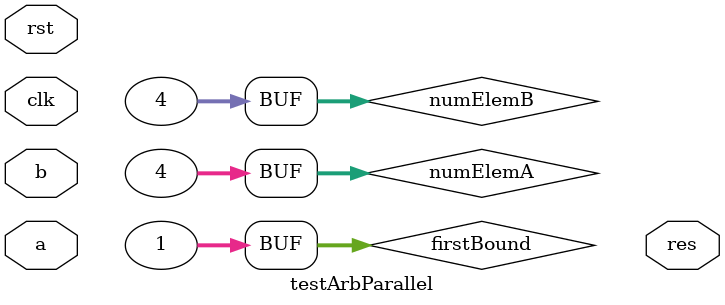
<source format=v>
/*
	Description: Code that allows for the calculation of any size matrix
		makes usage of parallel computing...
	
	Constrictions:
	* User must do the calculation for the matrices before hand
	
*/


module testArbParallel(a, b, clk, rst, res);

	/*
	* ** Constraint! Calculations must be done beforehand
	* # of Rows and Cols for matrix a and b
	* defualted to 2... user gets to change the selection
	*/
	parameter aRow = 2;
	parameter aCol = 2;
	parameter bRow = 2;
	parameter bCol = 2;
	
	/*
	* ** Constraint! Calculations must be done beforehand
	* defaulted to 32... user gets to change selection
	* length is calculated as (rows X cols) * 8bits
	*/
	parameter matrixALen = 32;
	parameter matrixBLen = 32;
	parameter matrixRLen = 32;
	
	input clk, rst;
	
	/*
	* Determine the length of each matrix...
	* signed because maximum int is 32...
	*/
	input signed [matrixALen - 1: 0] a;
	input signed [matrixBLen - 1: 0] b;
	
	output reg signed [matrixRLen - 1: 0] res;
	
	/*
	* firstbound -> used to split matrix A in half...
	* finish(n) -> determine when (n)th/nd always@ finishes
	*/
	integer firstBound;
	reg finish1, finish2;
	
	/*
	* state(n) -> moves around the (n)th/nd always@ 
	* a1, b1, res1, defined as matrices...by creating indices
	*/
	reg[1:0] state1_1, state1_2, state1_3, state2_1, state2_2, state2_3;
	reg[7:0] a1[0:aRow-1][0:aCol-1];
	reg[7:0] b1[0:bRow-1][0:bCol-1];
	reg[7:0] res1[0:aRow-1][0:bCol-1];
	
	parameter s0 = 0, sDone = 1;
	
	// counters to set the matrices to 0...
	integer rSet, cSet;
	
	/*
	* i(n), j(n), k(n) move through the indices in their...
	*	respective always@ states
	*/
	integer i1, j1, k1;
	integer i2, j2, k2;
	
	/*
	* numElemA -> # of elements in matrix A
	* numElemB -> # of elements in matrix B
	* chunkACtr -> used to decrement through elements in matrix A
	* chunkBCtr -> used to decrement through elements in matrix B
	*/
	integer numElemA;
	integer numElemB;
	
	integer chunkACtr;
	integer chunkBCtr;
	
	/*
		initial block to initialize our matrix and control variables
	*/	
	initial begin
		i1 <= 0; j1 <= 0; k1 <= 0;
		state1_1 <= 0; state1_2 <= 0; state1_3 <= 0;
		state2_1 <= 0; state2_2 <= 0; state2_3 <= 0;
		
		numElemA <= matrixALen/8;
		numElemB <= matrixBLen/8;
	
		firstBound = aRow / 2; // calculate where to split the matrix
		
		// load values with 0s
        for(rSet=0; rSet < aRow; rSet=rSet+1)
            for(cSet=0; cSet < aCol; cSet=cSet+1)
				a1[rSet][cSet] = 0;
		
		for(rSet=0; rSet < bRow; rSet=rSet+1)
            for(cSet=0; cSet < bCol; cSet=cSet+1)
				b1[rSet][cSet] = 0;
				
		for(rSet=0; rSet < aRow; rSet=rSet+1)
            for(cSet=0; cSet < bCol; cSet=cSet+1)
				res1[rSet][cSet] = 0;
				
		// i2 must start at the other half of matrix A
		i2 <= firstBound; j2 <= 0; k2 <= 0;
				
		
	end
	
	// always block used to monitor the rst signal for loading...
	always@(posedge clk) begin
		if(!rst) begin
			$display("Loading in data...\n");
						
			chunkACtr = numElemA - 1; // updates the chunk with the previous values
			// start loading of data...
			for(rSet=0; rSet < aRow; rSet=rSet+1) begin
				for(cSet=0; cSet < aCol; cSet=cSet+1) begin
					a1[rSet][cSet] = a[8*chunkACtr +: 8];
					chunkACtr = chunkACtr - 1;
					end
			end
			
			chunkBCtr = numElemB - 1;
			for(rSet=0; rSet < bRow; rSet=rSet+1) begin
				for(cSet=0; cSet < bCol; cSet=cSet+1) begin
					b1[rSet][cSet] = b[8*chunkBCtr +: 8];
					chunkBCtr = chunkBCtr - 1;
					end
			end			
			
		end
	end
	
	// computation for one half of matrix A...
	always@(posedge clk) begin
		
		// warn the user if the matrices are incompatible for multiplication
		if(aCol != bRow) begin
			$display("Columns in A != Rows in B!");			
		end
		
		else begin
			
			case(state1_1)
				s0: begin
					if(i1 < firstBound) begin
						state1_2 <= s0;					
						if(j1 < bCol) begin
							state1_3 <= s0;
							if(k1 < aCol) begin 
								res1[i1][j1] <= res1[i1][j1] + (a1[i1][k1] * b1[k1][j1]);
								k1 <= k1 + 1;
							end // end for if(k1 < aCol)
											
							else begin
								state1_2 <= s0;
								j1 <= j1 + 1;
								k1 <= 0;
							end // end for else(k1 < aCol)
						end // end for if(j1 < bCol)
								
						else begin
							state1_1 <= s0;
							i1 <= i1 + 1; 
							j1 <= 0; 
						end // end for else(j1 < bCol)
						
					end // end for (i1 < firstBound)
					
					else begin
						state1_1 <= sDone;
						finish1 <= 1;
					end // end for else (i1 < firstBound)
					
				end // end for s0 of state1_1
				
				sDone: begin
					// stay in this state...
				end
			
			endcase // endcase for state1_1
			
		end
		
	end
	
	// second always for computation of the other half
	always@(posedge clk) begin

		if(aCol != bRow) begin
			$display("Columns in A != Rows in B!");			
		end
		
		else begin
			
			case(state2_1)
				s0: begin
					if(i2 < aRow) begin
						state2_2 <= s0;
						if(j2 < bCol) begin
							state2_3 <= s0;
							if(k2 < aCol) begin									
								res1[i2][j2] <= res1[i2][j2] + (a1[i2][k2] * b1[k2][j2]);
								k2 <= k2 + 1;
							end // end for if(k2 < aCol)						
							else begin
								state2_2 <= s0;											
								j2 <= j2 + 1;
								k2 <= 0;
							end // end for else(k2 < aCol)
						end // end for if(j2 < bCol)						
						else begin
							state2_1 <= s0;
							i2 <= i2 + 1; 
							j2 <= 0; 
						end // end for else(j2 < bCol)
					end // end for (i2 < aRow)
					
					else begin
						state2_1 <= sDone;
						finish2 <= 1;
					end // end for else (i2 < aRow)
					
				end // end for s0 of state2_1
				
				sDone: begin
					// do nothing...
				end
			
			endcase // endcase for state2_1
			
		end	
	
	end
	
	
endmodule
</source>
